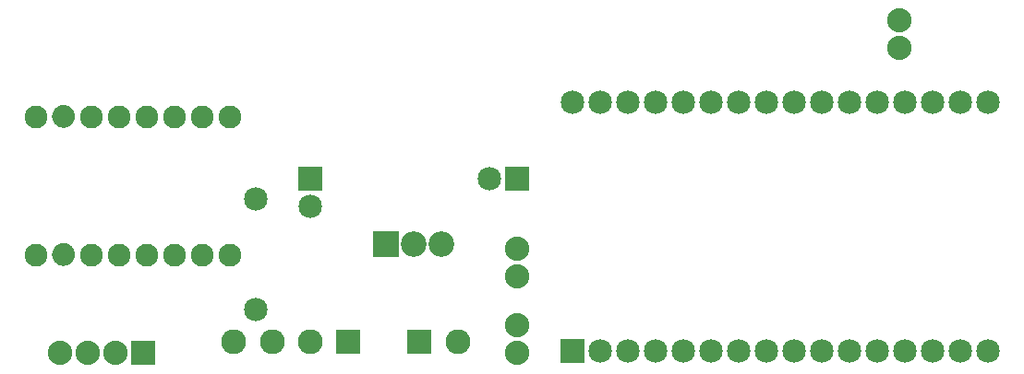
<source format=gts>
G04 MADE WITH FRITZING*
G04 WWW.FRITZING.ORG*
G04 DOUBLE SIDED*
G04 HOLES PLATED*
G04 CONTOUR ON CENTER OF CONTOUR VECTOR*
%ASAXBY*%
%FSLAX23Y23*%
%MOIN*%
%OFA0B0*%
%SFA1.0B1.0*%
%ADD10C,0.092000*%
%ADD11C,0.085000*%
%ADD12C,0.088000*%
%ADD13C,0.082472*%
%ADD14C,0.082445*%
%ADD15C,0.082417*%
%ADD16C,0.090000*%
%ADD17R,0.092000X0.092000*%
%ADD18R,0.085000X0.085000*%
%ADD19R,0.088000X0.088000*%
%ADD20R,0.090000X0.090000*%
%ADD21R,0.001000X0.001000*%
%LNMASK1*%
G90*
G70*
G54D10*
X1413Y591D03*
X1513Y591D03*
X1613Y591D03*
G54D11*
X2085Y203D03*
X2085Y1103D03*
X2185Y203D03*
X2185Y1103D03*
X2285Y203D03*
X2285Y1103D03*
X2385Y203D03*
X2385Y1103D03*
X2485Y203D03*
X2485Y1103D03*
X2585Y203D03*
X2585Y1103D03*
X2685Y203D03*
X2685Y1103D03*
X2785Y203D03*
X2785Y1103D03*
X2885Y203D03*
X2885Y1103D03*
X2985Y203D03*
X2985Y1103D03*
X3085Y203D03*
X3085Y1103D03*
X3185Y203D03*
X3185Y1103D03*
X3285Y203D03*
X3285Y1103D03*
X3385Y203D03*
X3385Y1103D03*
X3485Y203D03*
X3485Y1103D03*
X3585Y203D03*
X3585Y1103D03*
G54D12*
X535Y197D03*
X435Y197D03*
X335Y197D03*
X235Y197D03*
G54D11*
X943Y355D03*
X943Y755D03*
G54D13*
X150Y552D03*
X850Y1052D03*
X750Y1052D03*
X650Y1052D03*
X550Y1052D03*
X450Y1052D03*
G54D14*
X350Y1052D03*
G54D13*
X149Y1052D03*
G54D14*
X850Y552D03*
G54D15*
X750Y552D03*
G54D14*
X650Y552D03*
G54D13*
X550Y552D03*
G54D14*
X450Y552D03*
G54D15*
X350Y552D03*
G54D11*
X1888Y827D03*
X1788Y827D03*
G54D16*
X1534Y237D03*
X1672Y237D03*
G54D11*
X1140Y827D03*
X1140Y727D03*
G54D16*
X1278Y237D03*
X1140Y237D03*
X1002Y237D03*
X864Y237D03*
G54D12*
X3266Y1300D03*
X3266Y1400D03*
X1888Y197D03*
X1888Y297D03*
X1888Y473D03*
X1888Y573D03*
G54D17*
X1413Y591D03*
G54D18*
X2085Y203D03*
G54D19*
X535Y197D03*
G54D18*
X1888Y827D03*
G54D20*
X1534Y237D03*
G54D18*
X1140Y827D03*
G54D20*
X1278Y237D03*
G54D21*
X242Y1093D02*
X256Y1093D01*
X238Y1092D02*
X260Y1092D01*
X235Y1091D02*
X263Y1091D01*
X232Y1090D02*
X266Y1090D01*
X230Y1089D02*
X268Y1089D01*
X229Y1088D02*
X269Y1088D01*
X227Y1087D02*
X271Y1087D01*
X226Y1086D02*
X272Y1086D01*
X224Y1085D02*
X274Y1085D01*
X223Y1084D02*
X275Y1084D01*
X222Y1083D02*
X276Y1083D01*
X221Y1082D02*
X277Y1082D01*
X220Y1081D02*
X278Y1081D01*
X219Y1080D02*
X279Y1080D01*
X218Y1079D02*
X280Y1079D01*
X217Y1078D02*
X281Y1078D01*
X216Y1077D02*
X282Y1077D01*
X216Y1076D02*
X282Y1076D01*
X215Y1075D02*
X283Y1075D01*
X214Y1074D02*
X284Y1074D01*
X214Y1073D02*
X284Y1073D01*
X213Y1072D02*
X285Y1072D01*
X213Y1071D02*
X285Y1071D01*
X212Y1070D02*
X286Y1070D01*
X212Y1069D02*
X286Y1069D01*
X211Y1068D02*
X287Y1068D01*
X211Y1067D02*
X287Y1067D01*
X211Y1066D02*
X287Y1066D01*
X210Y1065D02*
X288Y1065D01*
X210Y1064D02*
X288Y1064D01*
X210Y1063D02*
X288Y1063D01*
X209Y1062D02*
X288Y1062D01*
X209Y1061D02*
X289Y1061D01*
X209Y1060D02*
X289Y1060D01*
X209Y1059D02*
X289Y1059D01*
X209Y1058D02*
X289Y1058D01*
X209Y1057D02*
X289Y1057D01*
X208Y1056D02*
X289Y1056D01*
X208Y1055D02*
X290Y1055D01*
X208Y1054D02*
X290Y1054D01*
X208Y1053D02*
X290Y1053D01*
X208Y1052D02*
X290Y1052D01*
X208Y1051D02*
X290Y1051D01*
X208Y1050D02*
X290Y1050D01*
X208Y1049D02*
X289Y1049D01*
X209Y1048D02*
X289Y1048D01*
X209Y1047D02*
X289Y1047D01*
X209Y1046D02*
X289Y1046D01*
X209Y1045D02*
X289Y1045D01*
X209Y1044D02*
X289Y1044D01*
X209Y1043D02*
X288Y1043D01*
X210Y1042D02*
X288Y1042D01*
X210Y1041D02*
X288Y1041D01*
X210Y1040D02*
X288Y1040D01*
X211Y1039D02*
X287Y1039D01*
X211Y1038D02*
X287Y1038D01*
X211Y1037D02*
X287Y1037D01*
X212Y1036D02*
X286Y1036D01*
X212Y1035D02*
X286Y1035D01*
X213Y1034D02*
X285Y1034D01*
X213Y1033D02*
X285Y1033D01*
X214Y1032D02*
X284Y1032D01*
X214Y1031D02*
X284Y1031D01*
X215Y1030D02*
X283Y1030D01*
X216Y1029D02*
X282Y1029D01*
X216Y1028D02*
X281Y1028D01*
X217Y1027D02*
X281Y1027D01*
X218Y1026D02*
X280Y1026D01*
X219Y1025D02*
X279Y1025D01*
X220Y1024D02*
X278Y1024D01*
X221Y1023D02*
X277Y1023D01*
X222Y1022D02*
X276Y1022D01*
X223Y1021D02*
X275Y1021D01*
X224Y1020D02*
X274Y1020D01*
X226Y1019D02*
X272Y1019D01*
X227Y1018D02*
X271Y1018D01*
X229Y1017D02*
X269Y1017D01*
X230Y1016D02*
X267Y1016D01*
X233Y1015D02*
X265Y1015D01*
X235Y1014D02*
X263Y1014D01*
X238Y1013D02*
X260Y1013D01*
X243Y1012D02*
X255Y1012D01*
X249Y594D02*
X249Y594D01*
X241Y593D02*
X257Y593D01*
X237Y592D02*
X261Y592D01*
X234Y591D02*
X264Y591D01*
X232Y590D02*
X266Y590D01*
X230Y589D02*
X268Y589D01*
X228Y588D02*
X270Y588D01*
X227Y587D02*
X271Y587D01*
X225Y586D02*
X273Y586D01*
X224Y585D02*
X274Y585D01*
X223Y584D02*
X275Y584D01*
X222Y583D02*
X276Y583D01*
X220Y582D02*
X278Y582D01*
X220Y581D02*
X278Y581D01*
X219Y580D02*
X279Y580D01*
X218Y579D02*
X280Y579D01*
X217Y578D02*
X281Y578D01*
X216Y577D02*
X282Y577D01*
X216Y576D02*
X282Y576D01*
X215Y575D02*
X283Y575D01*
X214Y574D02*
X284Y574D01*
X214Y573D02*
X284Y573D01*
X213Y572D02*
X285Y572D01*
X213Y571D02*
X285Y571D01*
X212Y570D02*
X286Y570D01*
X212Y569D02*
X286Y569D01*
X211Y568D02*
X287Y568D01*
X211Y567D02*
X287Y567D01*
X211Y566D02*
X287Y566D01*
X210Y565D02*
X288Y565D01*
X210Y564D02*
X288Y564D01*
X210Y563D02*
X288Y563D01*
X209Y562D02*
X289Y562D01*
X209Y561D02*
X289Y561D01*
X209Y560D02*
X289Y560D01*
X209Y559D02*
X289Y559D01*
X209Y558D02*
X289Y558D01*
X209Y557D02*
X289Y557D01*
X208Y556D02*
X289Y556D01*
X208Y555D02*
X290Y555D01*
X208Y554D02*
X290Y554D01*
X208Y553D02*
X290Y553D01*
X208Y552D02*
X290Y552D01*
X208Y551D02*
X290Y551D01*
X208Y550D02*
X290Y550D01*
X208Y549D02*
X289Y549D01*
X209Y548D02*
X289Y548D01*
X209Y547D02*
X289Y547D01*
X209Y546D02*
X289Y546D01*
X209Y545D02*
X289Y545D01*
X209Y544D02*
X289Y544D01*
X210Y543D02*
X288Y543D01*
X210Y542D02*
X288Y542D01*
X210Y541D02*
X288Y541D01*
X210Y540D02*
X288Y540D01*
X211Y539D02*
X287Y539D01*
X211Y538D02*
X287Y538D01*
X211Y537D02*
X287Y537D01*
X212Y536D02*
X286Y536D01*
X212Y535D02*
X286Y535D01*
X213Y534D02*
X285Y534D01*
X213Y533D02*
X285Y533D01*
X214Y532D02*
X284Y532D01*
X215Y531D02*
X283Y531D01*
X215Y530D02*
X283Y530D01*
X216Y529D02*
X282Y529D01*
X217Y528D02*
X281Y528D01*
X217Y527D02*
X281Y527D01*
X218Y526D02*
X280Y526D01*
X219Y525D02*
X279Y525D01*
X220Y524D02*
X278Y524D01*
X221Y523D02*
X277Y523D01*
X222Y522D02*
X276Y522D01*
X223Y521D02*
X275Y521D01*
X225Y520D02*
X273Y520D01*
X226Y519D02*
X272Y519D01*
X228Y518D02*
X270Y518D01*
X229Y517D02*
X269Y517D01*
X231Y516D02*
X267Y516D01*
X233Y515D02*
X265Y515D01*
X236Y514D02*
X262Y514D01*
X239Y513D02*
X259Y513D01*
X244Y512D02*
X254Y512D01*
D02*
G04 End of Mask1*
M02*
</source>
